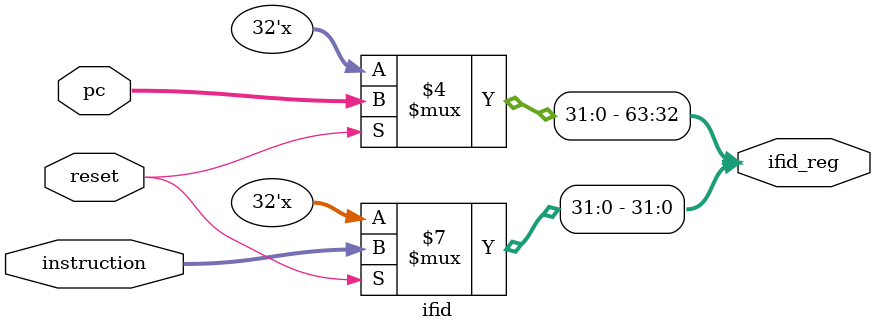
<source format=v>


`timescale 1ns/10ps

module ifid (
    reset,
    instruction,
    ifid_reg,
    pc
);


input reset;
input [31:0] instruction;
output [63:0] ifid_reg;
reg [63:0] ifid_reg;
input [31:0] pc;




always @(reset, instruction, pc) begin: IFID_REG
    if ((reset == 1)) begin
        ifid_reg[32-1:0] = instruction;
        ifid_reg[64-1:32] = pc;
    end
end

endmodule

</source>
